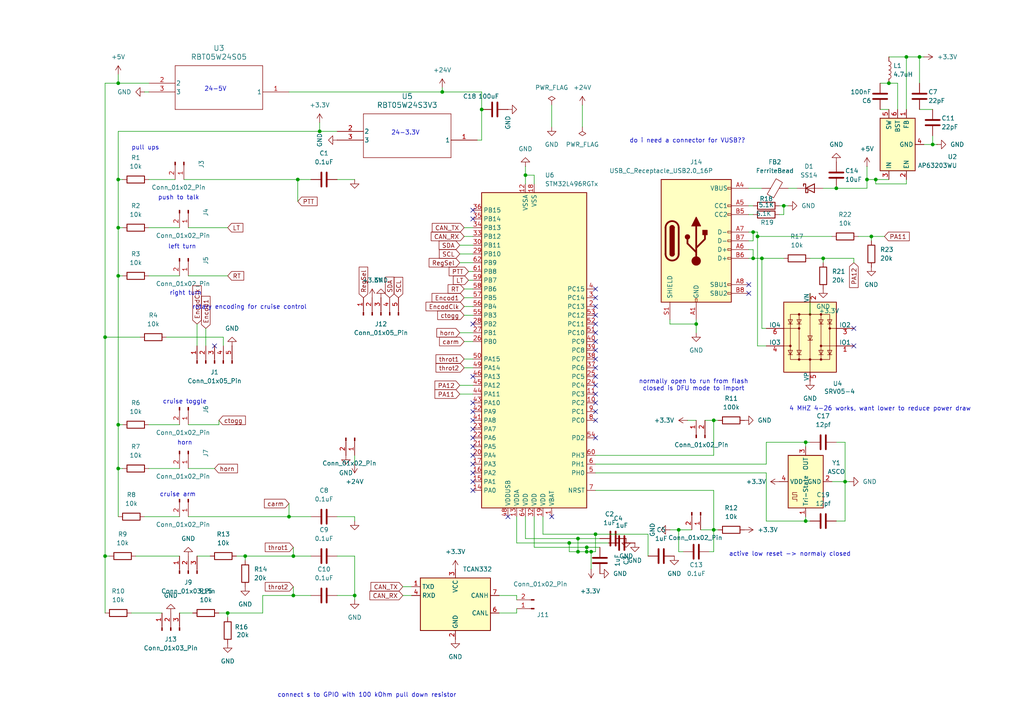
<source format=kicad_sch>
(kicad_sch (version 20250114) (generator "eeschema") (generator_version "9.0")
  (paper "A4")
  (lib_symbols
    (symbol "Connector:Conn_01x02_Pin" (pin_names (offset 1.016) (hide yes))
      (property "Reference" "J" (at 0 2.54 0))
      (property "Value" "Conn_01x02_Pin" (at 0 -5.08 0))
      (symbol "Conn_01x02_Pin_1_1"
        (pin passive line (at 5.08 0 180) (length 3.81) (name "Pin_1") (number "1"))
        (pin passive line (at 5.08 -2.54 180) (length 3.81) (name "Pin_2") (number "2"))
      )
    )
    (symbol "Connector:Conn_01x03_Pin" (pin_names (offset 1.016) (hide yes))
      (property "Reference" "J" (at 0 5.08 0))
      (property "Value" "Conn_01x03_Pin" (at 0 -5.08 0))
      (symbol "Conn_01x03_Pin_1_1"
        (pin passive line (at 5.08 2.54 180) (length 3.81) (name "Pin_1") (number "1"))
        (pin passive line (at 5.08 0 180) (length 3.81) (name "Pin_2") (number "2"))
        (pin passive line (at 5.08 -2.54 180) (length 3.81) (name "Pin_3") (number "3"))
      )
    )
    (symbol "Connector:Conn_01x05_Pin" (pin_names (offset 1.016) (hide yes))
      (property "Reference" "J" (at 0 7.62 0))
      (property "Value" "Conn_01x05_Pin" (at 0 -7.62 0))
      (symbol "Conn_01x05_Pin_1_1"
        (pin passive line (at 5.08 5.08 180) (length 3.81) (name "Pin_1") (number "1"))
        (pin passive line (at 5.08 2.54 180) (length 3.81) (name "Pin_2") (number "2"))
        (pin passive line (at 5.08 0 180) (length 3.81) (name "Pin_3") (number "3"))
        (pin passive line (at 5.08 -2.54 180) (length 3.81) (name "Pin_4") (number "4"))
        (pin passive line (at 5.08 -5.08 180) (length 3.81) (name "Pin_5") (number "5"))
      )
    )
    (symbol "Connector:USB_C_Receptacle_USB2.0_16P" (pin_names (offset 1.016))
      (property "Reference" "J" (at 0 22.225 0))
      (property "Value" "USB_C_Receptacle_USB2.0_16P" (at 0 19.685 0))
      (symbol "USB_C_Receptacle_USB2.0_16P_1_1"
        (pin passive line (at -7.62 -22.86 90) (length 5.08) (name "SHIELD") (number "S1"))
        (pin passive line (at 0 -22.86 90) (length 5.08) (name "GND") (number "A1"))
        (pin passive line (at 0 -22.86 90) (length 5.08) (hide yes) (name "GND") (number "A12"))
        (pin passive line (at 0 -22.86 90) (length 5.08) (hide yes) (name "GND") (number "B1"))
        (pin passive line (at 0 -22.86 90) (length 5.08) (hide yes) (name "GND") (number "B12"))
        (pin passive line (at 15.24 15.24 180) (length 5.08) (name "VBUS") (number "A4"))
        (pin passive line (at 15.24 15.24 180) (length 5.08) (hide yes) (name "VBUS") (number "A9"))
        (pin passive line (at 15.24 15.24 180) (length 5.08) (hide yes) (name "VBUS") (number "B4"))
        (pin passive line (at 15.24 15.24 180) (length 5.08) (hide yes) (name "VBUS") (number "B9"))
        (pin bidirectional line (at 15.24 10.16 180) (length 5.08) (name "CC1") (number "A5"))
        (pin bidirectional line (at 15.24 7.62 180) (length 5.08) (name "CC2") (number "B5"))
        (pin bidirectional line (at 15.24 2.54 180) (length 5.08) (name "D-") (number "A7"))
        (pin bidirectional line (at 15.24 0 180) (length 5.08) (name "D-") (number "B7"))
        (pin bidirectional line (at 15.24 -2.54 180) (length 5.08) (name "D+") (number "A6"))
        (pin bidirectional line (at 15.24 -5.08 180) (length 5.08) (name "D+") (number "B6"))
        (pin bidirectional line (at 15.24 -12.7 180) (length 5.08) (name "SBU1") (number "A8"))
        (pin bidirectional line (at 15.24 -15.24 180) (length 5.08) (name "SBU2") (number "B8"))
      )
    )
    (symbol "Device:C" (pin_numbers (hide yes)) (pin_names (offset 0.254))
      (property "Reference" "C" (at 0.635 2.54 0))
      (property "Value" "C" (at 0.635 -2.54 0))
      (symbol "C_1_1"
        (pin passive line (at 0 3.81 270) (length 2.794) (name "~") (number "1"))
        (pin passive line (at 0 -3.81 90) (length 2.794) (name "~") (number "2"))
      )
    )
    (symbol "Device:FerriteBead" (pin_numbers (hide yes)) (pin_names (offset 0))
      (property "Reference" "FB" (at -3.81 0.635 90))
      (property "Value" "FerriteBead" (at 3.81 0 90))
      (symbol "FerriteBead_1_1"
        (pin passive line (at 0 3.81 270) (length 2.54) (name "~") (number "1"))
        (pin passive line (at 0 -3.81 90) (length 2.54) (name "~") (number "2"))
      )
    )
    (symbol "Device:L" (pin_numbers (hide yes)) (pin_names (offset 1.016) (hide yes))
      (property "Reference" "L" (at -1.27 0 90))
      (property "Value" "L" (at 1.905 0 90))
      (symbol "L_1_1"
        (pin passive line (at 0 3.81 270) (length 1.27) (name "1") (number "1"))
        (pin passive line (at 0 -3.81 90) (length 1.27) (name "2") (number "2"))
      )
    )
    (symbol "Device:R" (pin_numbers (hide yes)) (pin_names (offset 0))
      (property "Reference" "R" (at 2.032 0 90))
      (property "Value" "R" (at 0 0 90))
      (symbol "R_1_1"
        (pin passive line (at 0 3.81 270) (length 1.27) (name "~") (number "1"))
        (pin passive line (at 0 -3.81 90) (length 1.27) (name "~") (number "2"))
      )
    )
    (symbol "Diode:SS14" (pin_numbers (hide yes)) (pin_names (offset 1.016) (hide yes))
      (property "Reference" "D" (at 0 2.54 0))
      (property "Value" "SS14" (at 0 -2.54 0))
      (symbol "SS14_1_1"
        (pin passive line (at -3.81 0 0) (length 2.54) (name "K") (number "1"))
        (pin passive line (at 3.81 0 180) (length 2.54) (name "A") (number "2"))
      )
    )
    (symbol "Interface_CAN_LIN:TCAN332"
      (property "Reference" "U" (at -10.16 8.89 0))
      (property "Value" "TCAN332" (at 2.54 8.89 0))
      (symbol "TCAN332_1_1"
        (pin input line (at -12.7 5.08 0) (length 2.54) (name "TXD") (number "1"))
        (pin tri_state line (at -12.7 2.54 0) (length 2.54) (name "RXD") (number "4"))
        (pin no_connect line (at -10.16 -2.54 0) (length 2.54) (hide yes) (name "NC") (number "5"))
        (pin no_connect line (at -10.16 -5.08 0) (length 2.54) (hide yes) (name "NC") (number "8"))
        (pin power_in line (at 0 10.16 270) (length 2.54) (name "VCC") (number "3"))
        (pin power_in line (at 0 -10.16 90) (length 2.54) (name "GND") (number "2"))
        (pin bidirectional line (at 12.7 2.54 180) (length 2.54) (name "CANH") (number "7"))
        (pin bidirectional line (at 12.7 -2.54 180) (length 2.54) (name "CANL") (number "6"))
      )
    )
    (symbol "MCU_ST_STM32L4:STM32L496RGTx"
      (property "Reference" "U" (at -15.24 46.99 0))
      (property "Value" "STM32L496RGTx" (at 10.16 46.99 0))
      (symbol "STM32L496RGTx_1_1"
        (pin input line (at -17.78 40.64 0) (length 2.54) (name "NRST") (number "7"))
        (pin bidirectional line (at -17.78 35.56 0) (length 2.54) (name "PH0") (number "5"))
        (pin bidirectional line (at -17.78 33.02 0) (length 2.54) (name "PH1") (number "6"))
        (pin bidirectional line (at -17.78 30.48 0) (length 2.54) (name "PH3") (number "60"))
        (pin bidirectional line (at -17.78 25.4 0) (length 2.54) (name "PD2") (number "54"))
        (pin bidirectional line (at -17.78 20.32 0) (length 2.54) (name "PC0") (number "8"))
        (pin bidirectional line (at -17.78 17.78 0) (length 2.54) (name "PC1") (number "9"))
        (pin bidirectional line (at -17.78 15.24 0) (length 2.54) (name "PC2") (number "10"))
        (pin bidirectional line (at -17.78 12.7 0) (length 2.54) (name "PC3") (number "11"))
        (pin bidirectional line (at -17.78 10.16 0) (length 2.54) (name "PC4") (number "24"))
        (pin bidirectional line (at -17.78 7.62 0) (length 2.54) (name "PC5") (number "25"))
        (pin bidirectional line (at -17.78 5.08 0) (length 2.54) (name "PC6") (number "37"))
        (pin bidirectional line (at -17.78 2.54 0) (length 2.54) (name "PC7") (number "38"))
        (pin bidirectional line (at -17.78 0 0) (length 2.54) (name "PC8") (number "39"))
        (pin bidirectional line (at -17.78 -2.54 0) (length 2.54) (name "PC9") (number "40"))
        (pin bidirectional line (at -17.78 -5.08 0) (length 2.54) (name "PC10") (number "51"))
        (pin bidirectional line (at -17.78 -7.62 0) (length 2.54) (name "PC11") (number "52"))
        (pin bidirectional line (at -17.78 -10.16 0) (length 2.54) (name "PC12") (number "53"))
        (pin bidirectional line (at -17.78 -12.7 0) (length 2.54) (name "PC13") (number "2"))
        (pin bidirectional line (at -17.78 -15.24 0) (length 2.54) (name "PC14") (number "3"))
        (pin bidirectional line (at -17.78 -17.78 0) (length 2.54) (name "PC15") (number "4"))
        (pin power_in line (at -5.08 48.26 270) (length 2.54) (name "VBAT") (number "1"))
        (pin power_in line (at -2.54 48.26 270) (length 2.54) (name "VDD") (number "19"))
        (pin power_in line (at 0 48.26 270) (length 2.54) (name "VDD") (number "32"))
        (pin power_in line (at 0 -48.26 90) (length 2.54) (name "VSS") (number "18"))
        (pin passive line (at 0 -48.26 90) (length 2.54) (hide yes) (name "VSS") (number "31"))
        (pin passive line (at 0 -48.26 90) (length 2.54) (hide yes) (name "VSS") (number "47"))
        (pin passive line (at 0 -48.26 90) (length 2.54) (hide yes) (name "VSS") (number "63"))
        (pin power_in line (at 2.54 48.26 270) (length 2.54) (name "VDD") (number "64"))
        (pin power_in line (at 2.54 -48.26 90) (length 2.54) (name "VSSA") (number "12"))
        (pin power_in line (at 5.08 48.26 270) (length 2.54) (name "VDDA") (number "13"))
        (pin power_in line (at 7.62 48.26 270) (length 2.54) (name "VDDUSB") (number "48"))
        (pin bidirectional line (at 17.78 40.64 180) (length 2.54) (name "PA0") (number "14"))
        (pin bidirectional line (at 17.78 38.1 180) (length 2.54) (name "PA1") (number "15"))
        (pin bidirectional line (at 17.78 35.56 180) (length 2.54) (name "PA2") (number "16"))
        (pin bidirectional line (at 17.78 33.02 180) (length 2.54) (name "PA3") (number "17"))
        (pin bidirectional line (at 17.78 30.48 180) (length 2.54) (name "PA4") (number "20"))
        (pin bidirectional line (at 17.78 27.94 180) (length 2.54) (name "PA5") (number "21"))
        (pin bidirectional line (at 17.78 25.4 180) (length 2.54) (name "PA6") (number "22"))
        (pin bidirectional line (at 17.78 22.86 180) (length 2.54) (name "PA7") (number "23"))
        (pin bidirectional line (at 17.78 20.32 180) (length 2.54) (name "PA8") (number "41"))
        (pin bidirectional line (at 17.78 17.78 180) (length 2.54) (name "PA9") (number "42"))
        (pin bidirectional line (at 17.78 15.24 180) (length 2.54) (name "PA10") (number "43"))
        (pin bidirectional line (at 17.78 12.7 180) (length 2.54) (name "PA11") (number "44"))
        (pin bidirectional line (at 17.78 10.16 180) (length 2.54) (name "PA12") (number "45"))
        (pin bidirectional line (at 17.78 7.62 180) (length 2.54) (name "PA13") (number "46"))
        (pin bidirectional line (at 17.78 5.08 180) (length 2.54) (name "PA14") (number "49"))
        (pin bidirectional line (at 17.78 2.54 180) (length 2.54) (name "PA15") (number "50"))
        (pin bidirectional line (at 17.78 -2.54 180) (length 2.54) (name "PB0") (number "26"))
        (pin bidirectional line (at 17.78 -5.08 180) (length 2.54) (name "PB1") (number "27"))
        (pin bidirectional line (at 17.78 -7.62 180) (length 2.54) (name "PB2") (number "28"))
        (pin bidirectional line (at 17.78 -10.16 180) (length 2.54) (name "PB3") (number "55"))
        (pin bidirectional line (at 17.78 -12.7 180) (length 2.54) (name "PB4") (number "56"))
        (pin bidirectional line (at 17.78 -15.24 180) (length 2.54) (name "PB5") (number "57"))
        (pin bidirectional line (at 17.78 -17.78 180) (length 2.54) (name "PB6") (number "58"))
        (pin bidirectional line (at 17.78 -20.32 180) (length 2.54) (name "PB7") (number "59"))
        (pin bidirectional line (at 17.78 -22.86 180) (length 2.54) (name "PB8") (number "61"))
        (pin bidirectional line (at 17.78 -25.4 180) (length 2.54) (name "PB9") (number "62"))
        (pin bidirectional line (at 17.78 -27.94 180) (length 2.54) (name "PB10") (number "29"))
        (pin bidirectional line (at 17.78 -30.48 180) (length 2.54) (name "PB11") (number "30"))
        (pin bidirectional line (at 17.78 -33.02 180) (length 2.54) (name "PB12") (number "33"))
        (pin bidirectional line (at 17.78 -35.56 180) (length 2.54) (name "PB13") (number "34"))
        (pin bidirectional line (at 17.78 -38.1 180) (length 2.54) (name "PB14") (number "35"))
        (pin bidirectional line (at 17.78 -40.64 180) (length 2.54) (name "PB15") (number "36"))
      )
    )
    (symbol "Oscillator:ASCO"
      (property "Reference" "Y" (at -7.62 6.35 0))
      (property "Value" "ASCO" (at 1.27 -6.35 0))
      (symbol "ASCO_1_1"
        (pin input line (at -10.16 0 0) (length 2.54) (name "Tri-State") (number "1"))
        (pin power_in line (at 0 7.62 270) (length 2.54) (name "VDD") (number "4"))
        (pin power_in line (at 0 -7.62 90) (length 2.54) (name "GND") (number "2"))
        (pin output line (at 10.16 0 180) (length 2.54) (name "OUT") (number "3"))
      )
    )
    (symbol "Power_Protection:SRV05-4" (pin_names (offset 0))
      (property "Reference" "U" (at -5.08 11.43 0))
      (property "Value" "SRV05-4" (at 2.54 11.43 0))
      (symbol "SRV05-4_1_1"
        (pin passive line (at -12.7 2.54 0) (length 5.08) (name "IO1") (number "1"))
        (pin passive line (at -12.7 -2.54 0) (length 5.08) (name "IO2") (number "3"))
        (pin passive line (at 0 12.7 270) (length 2.54) (name "VP") (number "5"))
        (pin passive line (at 0 -12.7 90) (length 2.54) (name "VN") (number "2"))
        (pin passive line (at 12.7 2.54 180) (length 5.08) (name "IO3") (number "4"))
        (pin passive line (at 12.7 -2.54 180) (length 5.08) (name "IO4") (number "6"))
      )
    )
    (symbol "RBT05W24S05_1" (pin_names (offset 0.254))
      (property "Reference" "U5" (at 20.32 -12.7 0))
      (property "Value" "RBT05W24S3V3" (at 20.32 -10.16 0))
      (symbol "RBT05W24S05_1_0_1"
        (pin power_in line (at 0 0 0) (length 7.62) (name "1") (number "1"))
        (pin power_out line (at 40.64 0 180) (length 7.62) (name "3") (number "3"))
        (pin power_out line (at 40.64 -2.54 180) (length 7.62) (name "2") (number "2"))
      )
    )
    (symbol "Regulator_Switching:AP63203WU"
      (property "Reference" "U" (at -7.62 6.35 0))
      (property "Value" "AP63203WU" (at 2.54 6.35 0))
      (symbol "AP63203WU_1_1"
        (pin power_in line (at -10.16 2.54 0) (length 2.54) (name "IN") (number "3"))
        (pin input line (at -10.16 -2.54 0) (length 2.54) (name "EN") (number "2"))
        (pin power_in line (at 0 -7.62 90) (length 2.54) (name "GND") (number "4"))
        (pin output line (at 10.16 2.54 180) (length 2.54) (name "SW") (number "5"))
        (pin passive line (at 10.16 0 180) (length 2.54) (name "BST") (number "6"))
        (pin input line (at 10.16 -2.54 180) (length 2.54) (name "FB") (number "1"))
      )
    )
    (symbol "Solar Car 26:RBT05W24S05" (pin_names (offset 0.254))
      (property "Reference" "U3" (at 20.32 -12.7 0))
      (property "Value" "RBT05W24S05" (at 20.32 -10.16 0))
      (symbol "RBT05W24S05_0_1"
        (pin power_in line (at 0 0 0) (length 7.62) (name "1") (number "1"))
        (pin power_out line (at 40.64 0 180) (length 7.62) (name "3") (number "3"))
        (pin power_out line (at 40.64 -2.54 180) (length 7.62) (name "2") (number "2"))
      )
    )
    (symbol "power:+24V" (power) (pin_numbers (hide yes)) (pin_names (offset 0) (hide yes))
      (property "Value" "+24V" (at 0 3.556 0))
      (symbol "+24V_1_1"
        (pin power_in line (at 0 0 90) (length 0) (name "~") (number "1"))
      )
    )
    (symbol "power:+3.3V" (power) (pin_numbers (hide yes)) (pin_names (offset 0) (hide yes))
      (property "Value" "+3.3V" (at 0 3.556 0))
      (symbol "+3.3V_1_1"
        (pin power_in line (at 0 0 90) (length 0) (name "~") (number "1"))
      )
    )
    (symbol "power:+5V" (power) (pin_numbers (hide yes)) (pin_names (offset 0) (hide yes))
      (property "Value" "+5V" (at 0 3.556 0))
      (symbol "+5V_1_1"
        (pin power_in line (at 0 0 90) (length 0) (name "~") (number "1"))
      )
    )
    (symbol "power:GND" (power) (pin_numbers (hide yes)) (pin_names (offset 0) (hide yes))
      (property "Value" "GND" (at 0 -3.81 0))
      (symbol "GND_1_1"
        (pin power_in line (at 0 0 270) (length 0) (name "~") (number "1"))
      )
    )
    (symbol "power:PWR_FLAG" (power) (pin_numbers (hide yes)) (pin_names (offset 0) (hide yes))
      (property "Value" "PWR_FLAG" (at 0 3.81 0))
      (symbol "PWR_FLAG_0_0"
        (pin power_out line (at 0 0 90) (length 0) (name "~") (number "1"))
      )
    )
  )
  (text "normally open to run from flash\nclosed is DFU mode to import" (at 201.168 111.76 0) (effects (font (size 1.27 1.27))))
  (text "push to talk" (at 51.816 57.404 0) (effects (font (size 1.27 1.27))))
  (text "4 MHZ 4-26 works, want lower to reduce power draw\n" (at 255.27 118.618 0) (effects (font (size 1.27 1.27))))
  (text "do i need a connector for VUSB??" (at 199.39 40.894 0) (effects (font (size 1.27 1.27))))
  (text "pull ups" (at 42.164 42.926 0) (effects (font (size 1.27 1.27))))
  (text "connect s to GPIO with 100 kOhm pull down resistor" (at 106.426 201.676 0) (effects (font (size 1.27 1.27))))
  (text "left turn" (at 52.832 71.628 0) (effects (font (size 1.27 1.27))))
  (text "cruise toggle" (at 53.594 116.586 0) (effects (font (size 1.27 1.27))))
  (text "active low reset -> normaly closed" (at 229.108 160.782 0) (effects (font (size 1.27 1.27))))
  (text "24-5V" (at 62.484 25.908 0) (effects (font (size 1.27 1.27))))
  (text "rotary encoding for cruise control" (at 72.39 89.154 0) (effects (font (size 1.27 1.27))))
  (text "horn" (at 53.594 128.524 0) (effects (font (size 1.27 1.27))))
  (text "24-3.3V" (at 117.602 38.608 0) (effects (font (size 1.27 1.27))))
  (text "cruise arm" (at 51.562 143.51 0) (effects (font (size 1.27 1.27))))
  (text "right turn" (at 53.848 85.09 0) (effects (font (size 1.27 1.27))))
  (junction (at 167.64 160.02))
  (junction (at 170.18 160.02))
  (junction (at 34.29 80.01))
  (junction (at 139.7 31.75))
  (junction (at 152.4 50.8))
  (junction (at 83.82 149.86))
  (junction (at 30.48 97.79))
  (junction (at 71.12 161.29))
  (junction (at 233.68 128.27))
  (junction (at 34.29 52.07))
  (junction (at 251.46 52.07))
  (junction (at 201.93 93.98))
  (junction (at 207.01 153.67))
  (junction (at 34.29 123.19))
  (junction (at 34.29 24.13))
  (junction (at 170.18 158.75))
  (junction (at 218.44 67.31))
  (junction (at 218.44 74.93))
  (junction (at 172.72 154.94))
  (junction (at 30.48 161.29))
  (junction (at 92.71 38.1))
  (junction (at 196.85 153.67))
  (junction (at 254 52.07))
  (junction (at 165.1 157.48))
  (junction (at 266.7 16.51))
  (junction (at 34.29 66.04))
  (junction (at 85.09 161.29))
  (junction (at 257.81 24.13))
  (junction (at 227.33 59.69))
  (junction (at 245.11 139.7))
  (junction (at 233.68 151.13))
  (junction (at 220.98 74.93))
  (junction (at 171.45 160.02))
  (junction (at 219.71 68.58))
  (junction (at 207.01 121.92))
  (junction (at 252.73 68.58))
  (junction (at 85.09 172.72))
  (junction (at 128.27 26.67))
  (junction (at 238.76 74.93))
  (junction (at 242.57 54.61))
  (junction (at 34.29 135.89))
  (junction (at 86.36 52.07))
  (junction (at 262.89 16.51))
  (junction (at 167.64 156.21))
  (junction (at 270.51 41.91))
  (junction (at 102.87 172.72))
  (junction (at 66.04 177.8))
  (no_connect (at 217.17 82.55))
  (no_connect (at 247.65 100.33))
  (no_connect (at 172.72 127))
  (no_connect (at 137.16 132.08))
  (no_connect (at 137.16 137.16))
  (no_connect (at 172.72 121.92))
  (no_connect (at 137.16 116.84))
  (no_connect (at 172.72 114.3))
  (no_connect (at 172.72 116.84))
  (no_connect (at 247.65 95.25))
  (no_connect (at 137.16 127))
  (no_connect (at 137.16 142.24))
  (no_connect (at 172.72 86.36))
  (no_connect (at 172.72 106.68))
  (no_connect (at 172.72 111.76))
  (no_connect (at 137.16 121.92))
  (no_connect (at 137.16 139.7))
  (no_connect (at 137.16 129.54))
  (no_connect (at 172.72 96.52))
  (no_connect (at 137.16 60.96))
  (no_connect (at 137.16 109.22))
  (no_connect (at 172.72 119.38))
  (no_connect (at 172.72 101.6))
  (no_connect (at 172.72 83.82))
  (no_connect (at 137.16 63.5))
  (no_connect (at 137.16 119.38))
  (no_connect (at 147.32 149.86))
  (no_connect (at 160.02 149.86))
  (no_connect (at 172.72 88.9))
  (no_connect (at 217.17 85.09))
  (no_connect (at 137.16 124.46))
  (no_connect (at 172.72 109.22))
  (no_connect (at 172.72 93.98))
  (no_connect (at 172.72 104.14))
  (no_connect (at 137.16 134.62))
  (no_connect (at 172.72 99.06))
  (no_connect (at 62.23 100.33))
  (no_connect (at 137.16 93.98))
  (no_connect (at 172.72 91.44))
  (wire (pts (xy 41.91 26.67) (xy 43.18 26.67)))
  (wire (pts (xy 76.2 177.8) (xy 76.2 172.72)))
  (wire (pts (xy 134.62 104.14) (xy 137.16 104.14)))
  (wire (pts (xy 207.01 121.92) (xy 207.01 132.08)))
  (wire (pts (xy 144.78 177.8) (xy 149.86 177.8)))
  (wire (pts (xy 31.75 161.29) (xy 30.48 161.29)))
  (wire (pts (xy 30.48 24.13) (xy 34.29 24.13)))
  (wire (pts (xy 218.44 62.23) (xy 217.17 62.23)))
  (wire (pts (xy 34.29 24.13) (xy 43.18 24.13)))
  (wire (pts (xy 134.62 88.9) (xy 137.16 88.9)))
  (wire (pts (xy 59.69 95.25) (xy 59.69 100.33)))
  (wire (pts (xy 97.79 149.86) (xy 102.87 149.86)))
  (wire (pts (xy 92.71 35.56) (xy 92.71 38.1)))
  (wire (pts (xy 217.17 72.39) (xy 218.44 72.39)))
  (wire (pts (xy 102.87 149.86) (xy 102.87 151.13)))
  (wire (pts (xy 134.62 106.68) (xy 137.16 106.68)))
  (wire (pts (xy 30.48 97.79) (xy 30.48 161.29)))
  (wire (pts (xy 254 52.07) (xy 254 53.34)))
  (wire (pts (xy 43.18 52.07) (xy 50.8 52.07)))
  (wire (pts (xy 85.09 161.29) (xy 90.17 161.29)))
  (wire (pts (xy 234.95 85.09) (xy 234.95 91.44)))
  (wire (pts (xy 35.56 135.89) (xy 34.29 135.89)))
  (wire (pts (xy 217.17 54.61) (xy 220.98 54.61)))
  (wire (pts (xy 238.76 74.93) (xy 238.76 76.2)))
  (wire (pts (xy 226.06 59.69) (xy 227.33 59.69)))
  (wire (pts (xy 102.87 161.29) (xy 102.87 172.72)))
  (wire (pts (xy 262.89 16.51) (xy 266.7 16.51)))
  (wire (pts (xy 34.29 52.07) (xy 34.29 66.04)))
  (wire (pts (xy 165.1 157.48) (xy 165.1 160.02)))
  (wire (pts (xy 149.86 177.8) (xy 149.86 176.53)))
  (wire (pts (xy 248.92 68.58) (xy 252.73 68.58)))
  (wire (pts (xy 233.68 128.27) (xy 234.95 128.27)))
  (wire (pts (xy 218.44 69.85) (xy 218.44 67.31)))
  (wire (pts (xy 220.98 74.93) (xy 227.33 74.93)))
  (wire (pts (xy 218.44 74.93) (xy 217.17 74.93)))
  (wire (pts (xy 194.31 153.67) (xy 196.85 153.67)))
  (wire (pts (xy 34.29 21.59) (xy 34.29 24.13)))
  (wire (pts (xy 133.35 73.66) (xy 137.16 73.66)))
  (wire (pts (xy 63.5 121.92) (xy 63.5 123.19)))
  (wire (pts (xy 35.56 80.01) (xy 34.29 80.01)))
  (wire (pts (xy 251.46 48.26) (xy 251.46 52.07)))
  (wire (pts (xy 242.57 128.27) (xy 245.11 128.27)))
  (wire (pts (xy 218.44 67.31) (xy 219.71 67.31)))
  (wire (pts (xy 85.09 158.75) (xy 85.09 161.29)))
  (wire (pts (xy 119.38 170.18) (xy 116.84 170.18)))
  (wire (pts (xy 38.1 177.8) (xy 46.99 177.8)))
  (wire (pts (xy 139.7 40.64) (xy 138.43 40.64)))
  (wire (pts (xy 83.82 149.86) (xy 90.17 149.86)))
  (wire (pts (xy 85.09 170.18) (xy 85.09 172.72)))
  (wire (pts (xy 194.31 92.71) (xy 194.31 93.98)))
  (wire (pts (xy 34.29 66.04) (xy 34.29 80.01)))
  (wire (pts (xy 30.48 97.79) (xy 40.64 97.79)))
  (wire (pts (xy 54.61 149.86) (xy 83.82 149.86)))
  (wire (pts (xy 267.97 41.91) (xy 270.51 41.91)))
  (wire (pts (xy 266.7 16.51) (xy 267.97 16.51)))
  (wire (pts (xy 152.4 50.8) (xy 152.4 53.34)))
  (wire (pts (xy 246.38 139.7) (xy 245.11 139.7)))
  (wire (pts (xy 35.56 52.07) (xy 34.29 52.07)))
  (wire (pts (xy 171.45 160.02) (xy 171.45 165.1)))
  (wire (pts (xy 54.61 66.04) (xy 66.04 66.04)))
  (wire (pts (xy 43.18 123.19) (xy 52.07 123.19)))
  (wire (pts (xy 167.64 160.02) (xy 170.18 160.02)))
  (wire (pts (xy 251.46 52.07) (xy 254 52.07)))
  (wire (pts (xy 201.93 92.71) (xy 201.93 93.98)))
  (wire (pts (xy 54.61 135.89) (xy 62.23 135.89)))
  (wire (pts (xy 34.29 123.19) (xy 34.29 135.89)))
  (wire (pts (xy 172.72 134.62) (xy 222.25 134.62)))
  (wire (pts (xy 54.61 80.01) (xy 66.04 80.01)))
  (wire (pts (xy 245.11 151.13) (xy 245.11 139.7)))
  (wire (pts (xy 241.3 139.7) (xy 245.11 139.7)))
  (wire (pts (xy 196.85 160.02) (xy 196.85 153.67)))
  (wire (pts (xy 233.68 149.86) (xy 233.68 151.13)))
  (wire (pts (xy 257.81 16.51) (xy 262.89 16.51)))
  (wire (pts (xy 207.01 142.24) (xy 207.01 153.67)))
  (wire (pts (xy 134.62 86.36) (xy 137.16 86.36)))
  (wire (pts (xy 134.62 91.44) (xy 137.16 91.44)))
  (wire (pts (xy 252.73 68.58) (xy 256.54 68.58)))
  (wire (pts (xy 167.64 156.21) (xy 167.64 160.02)))
  (wire (pts (xy 133.35 114.3) (xy 137.16 114.3)))
  (wire (pts (xy 34.29 80.01) (xy 34.29 123.19)))
  (wire (pts (xy 187.96 154.94) (xy 187.96 161.29)))
  (wire (pts (xy 165.1 157.48) (xy 176.53 157.48)))
  (wire (pts (xy 157.48 154.94) (xy 172.72 154.94)))
  (wire (pts (xy 207.01 153.67) (xy 208.28 153.67)))
  (wire (pts (xy 262.89 16.51) (xy 262.89 31.75)))
  (wire (pts (xy 152.4 48.26) (xy 152.4 50.8)))
  (wire (pts (xy 152.4 149.86) (xy 152.4 156.21)))
  (wire (pts (xy 242.57 54.61) (xy 251.46 54.61)))
  (wire (pts (xy 86.36 52.07) (xy 90.17 52.07)))
  (wire (pts (xy 66.04 177.8) (xy 76.2 177.8)))
  (wire (pts (xy 152.4 156.21) (xy 167.64 156.21)))
  (wire (pts (xy 165.1 160.02) (xy 167.64 160.02)))
  (wire (pts (xy 139.7 26.67) (xy 139.7 31.75)))
  (wire (pts (xy 218.44 72.39) (xy 218.44 74.93)))
  (wire (pts (xy 149.86 172.72) (xy 149.86 173.99)))
  (wire (pts (xy 154.94 158.75) (xy 170.18 158.75)))
  (wire (pts (xy 198.12 160.02) (xy 196.85 160.02)))
  (wire (pts (xy 35.56 66.04) (xy 34.29 66.04)))
  (wire (pts (xy 30.48 24.13) (xy 30.48 97.79)))
  (wire (pts (xy 207.01 121.92) (xy 208.28 121.92)))
  (wire (pts (xy 154.94 149.86) (xy 154.94 158.75)))
  (wire (pts (xy 251.46 54.61) (xy 251.46 52.07)))
  (wire (pts (xy 260.35 24.13) (xy 260.35 31.75)))
  (wire (pts (xy 238.76 74.93) (xy 247.65 74.93)))
  (wire (pts (xy 266.7 24.13) (xy 266.7 16.51)))
  (wire (pts (xy 43.18 80.01) (xy 52.07 80.01)))
  (wire (pts (xy 222.25 95.25) (xy 220.98 95.25)))
  (wire (pts (xy 76.2 172.72) (xy 85.09 172.72)))
  (wire (pts (xy 83.82 146.05) (xy 83.82 149.86)))
  (wire (pts (xy 217.17 67.31) (xy 218.44 67.31)))
  (wire (pts (xy 218.44 59.69) (xy 217.17 59.69)))
  (wire (pts (xy 57.15 93.98) (xy 57.15 100.33)))
  (wire (pts (xy 262.89 53.34) (xy 262.89 52.07)))
  (wire (pts (xy 228.6 54.61) (xy 231.14 54.61)))
  (wire (pts (xy 270.51 31.75) (xy 266.7 31.75)))
  (wire (pts (xy 133.35 76.2) (xy 137.16 76.2)))
  (wire (pts (xy 222.25 137.16) (xy 222.25 151.13)))
  (wire (pts (xy 203.2 153.67) (xy 207.01 153.67)))
  (wire (pts (xy 102.87 173.99) (xy 102.87 172.72)))
  (wire (pts (xy 219.71 100.33) (xy 222.25 100.33)))
  (wire (pts (xy 149.86 149.86) (xy 149.86 157.48)))
  (wire (pts (xy 119.38 172.72) (xy 116.84 172.72)))
  (wire (pts (xy 30.48 161.29) (xy 30.48 177.8)))
  (wire (pts (xy 133.35 96.52) (xy 137.16 96.52)))
  (wire (pts (xy 154.94 53.34) (xy 154.94 50.8)))
  (wire (pts (xy 172.72 137.16) (xy 222.25 137.16)))
  (wire (pts (xy 201.93 93.98) (xy 201.93 96.52)))
  (wire (pts (xy 133.35 71.12) (xy 137.16 71.12)))
  (wire (pts (xy 64.77 97.79) (xy 64.77 100.33)))
  (wire (pts (xy 71.12 161.29) (xy 71.12 162.56)))
  (wire (pts (xy 227.33 59.69) (xy 227.33 62.23)))
  (wire (pts (xy 97.79 52.07) (xy 102.87 52.07)))
  (wire (pts (xy 233.68 151.13) (xy 234.95 151.13)))
  (wire (pts (xy 128.27 25.4) (xy 128.27 26.67)))
  (wire (pts (xy 255.27 31.75) (xy 257.81 31.75)))
  (wire (pts (xy 57.15 161.29) (xy 60.96 161.29)))
  (wire (pts (xy 228.6 59.69) (xy 227.33 59.69)))
  (wire (pts (xy 170.18 158.75) (xy 170.18 160.02)))
  (wire (pts (xy 102.87 134.62) (xy 102.87 132.08)))
  (wire (pts (xy 194.31 93.98) (xy 201.93 93.98)))
  (wire (pts (xy 149.86 157.48) (xy 165.1 157.48)))
  (wire (pts (xy 172.72 142.24) (xy 207.01 142.24)))
  (wire (pts (xy 199.39 121.92) (xy 201.93 121.92)))
  (wire (pts (xy 270.51 39.37) (xy 270.51 41.91)))
  (wire (pts (xy 170.18 158.75) (xy 173.99 158.75)))
  (wire (pts (xy 167.64 156.21) (xy 173.99 156.21)))
  (wire (pts (xy 43.18 66.04) (xy 52.07 66.04)))
  (wire (pts (xy 92.71 38.1) (xy 34.29 38.1)))
  (wire (pts (xy 134.62 66.04) (xy 137.16 66.04)))
  (wire (pts (xy 196.85 153.67) (xy 200.66 153.67)))
  (wire (pts (xy 85.09 172.72) (xy 90.17 172.72)))
  (wire (pts (xy 48.26 97.79) (xy 64.77 97.79)))
  (wire (pts (xy 207.01 160.02) (xy 207.01 153.67)))
  (wire (pts (xy 247.65 74.93) (xy 247.65 76.2)))
  (wire (pts (xy 222.25 151.13) (xy 233.68 151.13)))
  (wire (pts (xy 71.12 161.29) (xy 85.09 161.29)))
  (wire (pts (xy 86.36 58.42) (xy 86.36 52.07)))
  (wire (pts (xy 157.48 149.86) (xy 157.48 154.94)))
  (wire (pts (xy 68.58 161.29) (xy 71.12 161.29)))
  (wire (pts (xy 234.95 74.93) (xy 238.76 74.93)))
  (wire (pts (xy 134.62 68.58) (xy 137.16 68.58)))
  (wire (pts (xy 219.71 68.58) (xy 241.3 68.58)))
  (wire (pts (xy 205.74 160.02) (xy 207.01 160.02)))
  (wire (pts (xy 135.89 81.28) (xy 137.16 81.28)))
  (wire (pts (xy 83.82 26.67) (xy 128.27 26.67)))
  (wire (pts (xy 270.51 41.91) (xy 271.78 41.91)))
  (wire (pts (xy 238.76 54.61) (xy 242.57 54.61)))
  (wire (pts (xy 144.78 172.72) (xy 149.86 172.72)))
  (wire (pts (xy 220.98 74.93) (xy 220.98 95.25)))
  (wire (pts (xy 134.62 99.06) (xy 137.16 99.06)))
  (wire (pts (xy 226.06 62.23) (xy 227.33 62.23)))
  (wire (pts (xy 52.07 177.8) (xy 55.88 177.8)))
  (wire (pts (xy 172.72 154.94) (xy 172.72 160.02)))
  (wire (pts (xy 134.62 83.82) (xy 137.16 83.82)))
  (wire (pts (xy 154.94 50.8) (xy 152.4 50.8)))
  (wire (pts (xy 34.29 135.89) (xy 34.29 149.86)))
  (wire (pts (xy 218.44 74.93) (xy 220.98 74.93)))
  (wire (pts (xy 171.45 160.02) (xy 172.72 160.02)))
  (wire (pts (xy 97.79 161.29) (xy 102.87 161.29)))
  (wire (pts (xy 172.72 154.94) (xy 187.96 154.94)))
  (wire (pts (xy 97.79 172.72) (xy 102.87 172.72)))
  (wire (pts (xy 41.91 149.86) (xy 52.07 149.86)))
  (wire (pts (xy 252.73 68.58) (xy 252.73 69.85)))
  (wire (pts (xy 53.34 52.07) (xy 86.36 52.07)))
  (wire (pts (xy 254 52.07) (xy 257.81 52.07)))
  (wire (pts (xy 257.81 24.13) (xy 260.35 24.13)))
  (wire (pts (xy 66.04 177.8) (xy 66.04 179.07)))
  (wire (pts (xy 222.25 128.27) (xy 233.68 128.27)))
  (wire (pts (xy 139.7 31.75) (xy 139.7 40.64)))
  (wire (pts (xy 63.5 177.8) (xy 66.04 177.8)))
  (wire (pts (xy 39.37 161.29) (xy 52.07 161.29)))
  (wire (pts (xy 172.72 132.08) (xy 207.01 132.08)))
  (wire (pts (xy 168.91 30.48) (xy 168.91 36.83)))
  (wire (pts (xy 217.17 69.85) (xy 218.44 69.85)))
  (wire (pts (xy 160.02 30.48) (xy 160.02 36.83)))
  (wire (pts (xy 35.56 123.19) (xy 34.29 123.19)))
  (wire (pts (xy 128.27 26.67) (xy 139.7 26.67)))
  (wire (pts (xy 43.18 135.89) (xy 52.07 135.89)))
  (wire (pts (xy 219.71 67.31) (xy 219.71 68.58)))
  (wire (pts (xy 54.61 123.19) (xy 63.5 123.19)))
  (wire (pts (xy 219.71 68.58) (xy 219.71 100.33)))
  (wire (pts (xy 254 53.34) (xy 262.89 53.34)))
  (wire (pts (xy 133.35 111.76) (xy 137.16 111.76)))
  (wire (pts (xy 222.25 134.62) (xy 222.25 128.27)))
  (wire (pts (xy 233.68 128.27) (xy 233.68 129.54)))
  (wire (pts (xy 34.29 38.1) (xy 34.29 52.07)))
  (wire (pts (xy 135.89 78.74) (xy 137.16 78.74)))
  (wire (pts (xy 242.57 151.13) (xy 245.11 151.13)))
  (wire (pts (xy 255.27 24.13) (xy 257.81 24.13)))
  (wire (pts (xy 97.79 38.1) (xy 92.71 38.1)))
  (wire (pts (xy 170.18 160.02) (xy 171.45 160.02)))
  (wire (pts (xy 204.47 121.92) (xy 207.01 121.92)))
  (wire (pts (xy 245.11 128.27) (xy 245.11 139.7)))
  (global_label "PTT" (shape input) (at 135.89 78.74 180) (property "Intersheetrefs" "${INTERSHEET_REFS}" (effects (hide yes))))
  (global_label "PA11" (shape input) (at 256.54 68.58 0) (property "Intersheetrefs" "${INTERSHEET_REFS}" (effects (hide yes))))
  (global_label "carm" (shape input) (at 83.82 146.05 180) (property "Intersheetrefs" "${INTERSHEET_REFS}" (effects (hide yes))))
  (global_label "throt2" (shape input) (at 85.09 170.18 180) (property "Intersheetrefs" "${INTERSHEET_REFS}" (effects (hide yes))))
  (global_label "RT" (shape input) (at 134.62 83.82 180) (property "Intersheetrefs" "${INTERSHEET_REFS}" (effects (hide yes))))
  (global_label "SCL" (shape input) (at 133.35 73.66 180) (property "Intersheetrefs" "${INTERSHEET_REFS}" (effects (hide yes))))
  (global_label "SDA" (shape input) (at 113.03 86.36 90) (property "Intersheetrefs" "${INTERSHEET_REFS}" (effects (hide yes))))
  (global_label "SCL" (shape input) (at 115.57 86.36 90) (property "Intersheetrefs" "${INTERSHEET_REFS}" (effects (hide yes))))
  (global_label "PA12" (shape input) (at 133.35 111.76 180) (property "Intersheetrefs" "${INTERSHEET_REFS}" (effects (hide yes))))
  (global_label "SDA" (shape input) (at 133.35 71.12 180) (property "Intersheetrefs" "${INTERSHEET_REFS}" (effects (hide yes))))
  (global_label "throt2" (shape input) (at 134.62 106.68 180) (property "Intersheetrefs" "${INTERSHEET_REFS}" (effects (hide yes))))
  (global_label "RT" (shape input) (at 66.04 80.01 0) (property "Intersheetrefs" "${INTERSHEET_REFS}" (effects (hide yes))))
  (global_label "horn" (shape input) (at 133.35 96.52 180) (property "Intersheetrefs" "${INTERSHEET_REFS}" (effects (hide yes))))
  (global_label "LT" (shape input) (at 135.89 81.28 180) (property "Intersheetrefs" "${INTERSHEET_REFS}" (effects (hide yes))))
  (global_label "LT" (shape input) (at 66.04 66.04 0) (property "Intersheetrefs" "${INTERSHEET_REFS}" (effects (hide yes))))
  (global_label "RegSel" (shape input) (at 133.35 76.2 180) (property "Intersheetrefs" "${INTERSHEET_REFS}" (effects (hide yes))))
  (global_label "throt1" (shape input) (at 85.09 158.75 180) (property "Intersheetrefs" "${INTERSHEET_REFS}" (effects (hide yes))))
  (global_label "carm" (shape input) (at 134.62 99.06 180) (property "Intersheetrefs" "${INTERSHEET_REFS}" (effects (hide yes))))
  (global_label "ctogg" (shape input) (at 63.5 121.92 0) (property "Intersheetrefs" "${INTERSHEET_REFS}" (effects (hide yes))))
  (global_label "PA11" (shape input) (at 133.35 114.3 180) (property "Intersheetrefs" "${INTERSHEET_REFS}" (effects (hide yes))))
  (global_label "RegSel" (shape input) (at 105.41 86.36 90) (property "Intersheetrefs" "${INTERSHEET_REFS}" (effects (hide yes))))
  (global_label "EncodClk" (shape input) (at 134.62 88.9 180) (property "Intersheetrefs" "${INTERSHEET_REFS}" (effects (hide yes))))
  (global_label "Encod1" (shape input) (at 134.62 86.36 180) (property "Intersheetrefs" "${INTERSHEET_REFS}" (effects (hide yes))))
  (global_label "CAN_TX" (shape input) (at 134.62 66.04 180) (property "Intersheetrefs" "${INTERSHEET_REFS}" (effects (hide yes))))
  (global_label "CAN_RX" (shape input) (at 116.84 172.72 180) (property "Intersheetrefs" "${INTERSHEET_REFS}" (effects (hide yes))))
  (global_label "horn" (shape input) (at 62.23 135.89 0) (property "Intersheetrefs" "${INTERSHEET_REFS}" (effects (hide yes))))
  (global_label "Encod1" (shape input) (at 59.69 95.25 90) (property "Intersheetrefs" "${INTERSHEET_REFS}" (effects (hide yes))))
  (global_label "CAN_TX" (shape input) (at 116.84 170.18 180) (property "Intersheetrefs" "${INTERSHEET_REFS}" (effects (hide yes))))
  (global_label "throt1" (shape input) (at 134.62 104.14 180) (property "Intersheetrefs" "${INTERSHEET_REFS}" (effects (hide yes))))
  (global_label "CAN_RX" (shape input) (at 134.62 68.58 180) (property "Intersheetrefs" "${INTERSHEET_REFS}" (effects (hide yes))))
  (global_label "ctogg" (shape input) (at 134.62 91.44 180) (property "Intersheetrefs" "${INTERSHEET_REFS}" (effects (hide yes))))
  (global_label "PTT" (shape input) (at 86.36 58.42 0) (property "Intersheetrefs" "${INTERSHEET_REFS}" (effects (hide yes))))
  (global_label "EncodClk" (shape input) (at 57.15 93.98 90) (property "Intersheetrefs" "${INTERSHEET_REFS}" (effects (hide yes))))
  (global_label "PA12" (shape input) (at 247.65 76.2 270) (property "Intersheetrefs" "${INTERSHEET_REFS}" (effects (hide yes))))
  (symbol (lib_id "power:GND") (at 102.87 173.99 0) (unit 1)
    (property "Reference" "#PWR01" (effects (hide yes)))
    (property "Value" "GND" (at 102.87 179.07 0))
    (property "Description" "Power symbol creates a global label with name \"GND\" , ground" (effects (hide yes)))
  )
  (symbol (lib_id "power:+3.3V") (at 234.95 91.44 0) (unit 1)
    (property "Reference" "#PWR029" (effects (hide yes)))
    (property "Value" "+3.3V" (at 237.49 90.1699 0) (effects (justify left)))
    (property "Description" "Power symbol creates a global label with name \"+3.3V\"" (effects (hide yes)))
  )
  (symbol (lib_id "power:GND") (at 102.87 52.07 0) (unit 1)
    (property "Reference" "#PWR044" (effects (hide yes)))
    (property "Value" "GND" (effects (hide yes)))
    (property "Description" "Power symbol creates a global label with name \"GND\" , ground" (effects (hide yes)))
  )
  (symbol (lib_id "power:+3.3V") (at 171.45 165.1 180) (unit 1)
    (property "Reference" "#PWR032" (effects (hide yes)))
    (property "Value" "+3.3V" (at 171.196 171.45 0))
    (property "Description" "Power symbol creates a global label with name \"+3.3V\"" (effects (hide yes)))
  )
  (symbol (lib_id "Device:R") (at 39.37 66.04 270) (unit 1)
    (property "Reference" "R2" (at 39.37 59.69 90))
    (property "Value" "10k" (at 39.37 62.23 90))
    (property "Footprint" "Resistor_SMD:R_0402_1005Metric" (effects (hide yes)))
    (property "Description" "Resistor" (effects (hide yes)))
  )
  (symbol (lib_id "power:PWR_FLAG") (at 168.91 36.83 180) (unit 1)
    (property "Reference" "#FLG05" (effects (hide yes)))
    (property "Value" "PWR_FLAG" (at 168.91 41.91 0))
    (property "Description" "Special symbol for telling ERC where power comes from" (effects (hide yes)))
  )
  (symbol (lib_id "Device:L") (at 257.81 20.32 0) (unit 1)
    (property "Reference" "L1" (at 259.08 19.0499 0) (effects (justify left)))
    (property "Value" "4.7uH" (at 259.08 21.5899 0) (effects (justify left)))
    (property "Footprint" "Library2:INDC2016X100N - inductor" (effects (hide yes)))
    (property "Description" "Inductor" (effects (hide yes)))
  )
  (symbol (lib_id "power:GND") (at 66.04 186.69 0) (unit 1)
    (property "Reference" "#PWR08" (effects (hide yes)))
    (property "Value" "GND" (at 66.04 191.77 0))
    (property "Description" "Power symbol creates a global label with name \"GND\" , ground" (effects (hide yes)))
  )
  (symbol (lib_id "power:GND") (at 54.61 161.29 180) (unit 1)
    (property "Reference" "#PWR03" (effects (hide yes)))
    (property "Value" "GND" (at 54.61 156.21 0))
    (property "Description" "Power symbol creates a global label with name \"GND\" , ground" (effects (hide yes)))
  )
  (symbol (lib_id "power:+5V") (at 34.29 21.59 0) (unit 1)
    (property "Reference" "#PWR037" (effects (hide yes)))
    (property "Value" "+5V" (at 34.29 16.51 0))
    (property "Description" "Power symbol creates a global label with name \"+5V\"" (effects (hide yes)))
  )
  (symbol (lib_id "Connector:Conn_01x02_Pin") (at 154.94 176.53 180) (unit 1)
    (property "Reference" "J11" (at 157.48 178.308 0))
    (property "Value" "Conn_01x02_Pin" (at 156.718 169.418 0))
    (property "Footprint" "Connector_PinHeader_2.54mm:PinHeader_1x02_P2.54mm_Vertical" (effects (hide yes)))
    (property "Description" "Generic connector, single row, 01x02, script generated" (effects (hide yes)))
  )
  (symbol (lib_id "power:GND") (at 173.99 166.37 90) (unit 1)
    (property "Reference" "#PWR046" (effects (hide yes)))
    (property "Value" "GND" (at 177.8 166.3699 90) (effects (justify right)))
    (property "Description" "Power symbol creates a global label with name \"GND\" , ground" (effects (hide yes)))
  )
  (symbol (lib_id "Device:C") (at 143.51 31.75 90) (unit 1)
    (property "Reference" "C18" (at 138.176 27.94 90) (effects (justify left)))
    (property "Value" "100uF" (at 144.7799 27.94 90) (effects (justify left)))
    (property "Footprint" "Capacitor_SMD:C_1206_3216Metric_Pad1.33x1.80mm_HandSolder" (effects (hide yes)))
    (property "Description" "Unpolarized capacitor" (effects (hide yes)))
  )
  (symbol (lib_id "power:GND") (at 201.93 96.52 0) (unit 1)
    (property "Reference" "#PWR014" (effects (hide yes)))
    (property "Value" "GND" (at 201.93 101.6 0))
    (property "Description" "Power symbol creates a global label with name \"GND\" , ground" (effects (hide yes)))
  )
  (symbol (lib_id "Device:R") (at 222.25 62.23 90) (unit 1)
    (property "Reference" "R19" (at 222.504 64.516 90))
    (property "Value" "5.1K" (at 221.488 61.976 90))
    (property "Footprint" "Resistor_SMD:R_0402_1005Metric" (effects (hide yes)))
    (property "Description" "Resistor" (effects (hide yes)))
  )
  (symbol (lib_name "RBT05W24S05_1") (lib_id "Solar Car 26:RBT05W24S05") (at 138.43 40.64 180) (unit 1)
    (property "Reference" "U5" (at 118.11 27.94 0) (effects (font (size 1.524 1.524))))
    (property "Value" "RBT05W24S3V3" (at 118.11 30.48 0) (effects (font (size 1.524 1.524))))
    (property "Footprint" "EthanButton:DCDC" (effects (hide yes)))
    (property "Datasheet" "https://www.mouser.com/catalog/specsheets/XPPOWER_05_13_2025_RBT05%20Series.pdf" (effects (hide yes)))
  )
  (symbol (lib_id "Connector:Conn_01x02_Pin") (at 54.61 74.93 270) (unit 1)
    (property "Reference" "J5" (at 59.69 75.565 0))
    (property "Value" "Conn_01x02_Pin" (at 53.086 82.296 90))
    (property "Footprint" "Connector_PinHeader_2.54mm:PinHeader_1x02_P2.54mm_Vertical" (effects (hide yes)))
    (property "Description" "Generic connector, single row, 01x02, script generated" (effects (hide yes)))
  )
  (symbol (lib_id "Device:C") (at 93.98 52.07 270) (unit 1)
    (property "Reference" "C1" (at 93.98 44.45 90))
    (property "Value" "0.1uF" (at 93.98 46.99 90))
    (property "Footprint" "Capacitor_SMD:C_0603_1608Metric_Pad1.08x0.95mm_HandSolder" (effects (hide yes)))
    (property "Description" "Unpolarized capacitor" (effects (hide yes)))
  )
  (symbol (lib_id "Device:C") (at 242.57 50.8 0) (unit 1)
    (property "Reference" "C14" (at 245.11 49.5299 0) (effects (justify left)))
    (property "Value" "10uF" (at 245.11 52.0699 0) (effects (justify left)))
    (property "Footprint" "Capacitor_SMD:C_0805_2012Metric_Pad1.18x1.45mm_HandSolder" (effects (hide yes)))
    (property "Description" "Unpolarized capacitor" (effects (hide yes)))
  )
  (symbol (lib_id "Device:R") (at 35.56 161.29 270) (unit 1)
    (property "Reference" "R9" (at 35.56 154.94 90))
    (property "Value" "10k" (at 35.56 157.48 90))
    (property "Footprint" "Resistor_SMD:R_0402_1005Metric" (effects (hide yes)))
    (property "Description" "Resistor" (effects (hide yes)))
  )
  (symbol (lib_id "Device:R") (at 71.12 166.37 0) (unit 1)
    (property "Reference" "R14" (at 73.66 165.0999 0) (effects (justify left)))
    (property "Value" "20k" (at 73.66 167.6399 0) (effects (justify left)))
    (property "Footprint" "Resistor_SMD:R_0402_1005Metric" (effects (hide yes)))
    (property "Description" "Resistor" (effects (hide yes)))
  )
  (symbol (lib_id "Device:C") (at 238.76 128.27 270) (unit 1)
    (property "Reference" "C17" (at 238.76 120.65 90))
    (property "Value" "12pf" (at 238.76 123.19 90))
    (property "Footprint" "Capacitor_SMD:C_0603_1608Metric_Pad1.08x0.95mm_HandSolder" (effects (hide yes)))
    (property "Description" "Unpolarized capacitor" (effects (hide yes)))
  )
  (symbol (lib_id "Connector:Conn_01x02_Pin") (at 201.93 127 90) (unit 1)
    (property "Reference" "J10" (effects (hide yes)))
    (property "Value" "Conn_01x02_Pin" (at 203.454 129.032 90))
    (property "Footprint" "Connector_PinHeader_2.54mm:PinHeader_1x02_P2.54mm_Vertical" (effects (hide yes)))
    (property "Description" "Generic connector, single row, 01x02, script generated" (effects (hide yes)))
  )
  (symbol (lib_id "Device:C") (at 238.76 151.13 270) (unit 1)
    (property "Reference" "C19" (at 238.76 143.51 90))
    (property "Value" "12pf" (at 238.76 146.05 90))
    (property "Footprint" "Capacitor_SMD:C_0603_1608Metric_Pad1.08x0.95mm_HandSolder" (effects (hide yes)))
    (property "Description" "Unpolarized capacitor" (effects (hide yes)))
  )
  (symbol (lib_id "power:GND") (at 147.32 31.75 90) (unit 1)
    (property "Reference" "#PWR016" (effects (hide yes)))
    (property "Value" "GND" (at 147.32 35.56 0))
    (property "Description" "Power symbol creates a global label with name \"GND\" , ground" (effects (hide yes)))
  )
  (symbol (lib_id "Device:R") (at 38.1 149.86 270) (unit 1)
    (property "Reference" "R8" (at 38.1 143.51 90))
    (property "Value" "10k" (at 38.1 146.05 90))
    (property "Footprint" "Resistor_SMD:R_0402_1005Metric" (effects (hide yes)))
    (property "Description" "Resistor" (effects (hide yes)))
  )
  (symbol (lib_id "power:GND") (at 102.87 151.13 0) (unit 1)
    (property "Reference" "#PWR035" (effects (hide yes)))
    (property "Value" "GND" (effects (hide yes)))
    (property "Description" "Power symbol creates a global label with name \"GND\" , ground" (effects (hide yes)))
  )
  (symbol (lib_id "Solar Car 26:RBT05W24S05") (at 83.82 26.67 180) (unit 1)
    (property "Reference" "U3" (at 63.5 13.97 0) (effects (font (size 1.524 1.524))))
    (property "Value" "RBT05W24S05" (at 63.5 16.51 0) (effects (font (size 1.524 1.524))))
    (property "Footprint" "EthanButton:DCDC" (effects (hide yes)))
    (property "Datasheet" "https://www.mouser.com/catalog/specsheets/XPPOWER_05_13_2025_RBT05%20Series.pdf" (effects (hide yes)))
  )
  (symbol (lib_id "Device:C") (at 180.34 157.48 90) (unit 1)
    (property "Reference" "C4" (at 179.324 150.368 90))
    (property "Value" "1uF" (at 180.34 152.4 90))
    (property "Footprint" "Capacitor_SMD:C_0805_2012Metric_Pad1.18x1.45mm_HandSolder" (effects (hide yes)))
    (property "Description" "Unpolarized capacitor" (effects (hide yes)))
  )
  (symbol (lib_id "Connector:Conn_01x02_Pin") (at 203.2 148.59 270) (unit 1)
    (property "Reference" "J2" (effects (hide yes)))
    (property "Value" "Conn_01x02_Pin" (at 201.676 155.956 90))
    (property "Footprint" "Connector_PinHeader_2.54mm:PinHeader_1x02_P2.54mm_Vertical" (effects (hide yes)))
    (property "Description" "Generic connector, single row, 01x02, script generated" (effects (hide yes)))
  )
  (symbol (lib_id "power:GND") (at 110.49 86.36 180) (unit 1)
    (property "Reference" "#PWR040" (effects (hide yes)))
    (property "Value" "GND" (at 110.49 81.28 0))
    (property "Description" "Power symbol creates a global label with name \"GND\" , ground" (effects (hide yes)))
  )
  (symbol (lib_id "power:GND") (at 195.58 161.29 0) (unit 1)
    (property "Reference" "#PWR047" (effects (hide yes)))
    (property "Value" "GND" (at 195.58 166.37 0))
    (property "Description" "Power symbol creates a global label with name \"GND\" , ground" (effects (hide yes)))
  )
  (symbol (lib_id "power:GND") (at 152.4 48.26 180) (unit 1)
    (property "Reference" "#PWR038" (effects (hide yes)))
    (property "Value" "GND" (at 152.4 43.18 0))
    (property "Description" "Power symbol creates a global label with name \"GND\" , ground" (effects (hide yes)))
  )
  (symbol (lib_id "Device:R") (at 34.29 177.8 270) (unit 1)
    (property "Reference" "R10" (at 34.29 171.45 90))
    (property "Value" "10k" (at 34.29 173.99 90))
    (property "Footprint" "Resistor_SMD:R_0402_1005Metric" (effects (hide yes)))
    (property "Description" "Resistor" (effects (hide yes)))
  )
  (symbol (lib_id "Oscillator:ASCO") (at 233.68 139.7 90) (unit 1)
    (property "Reference" "Y1" (at 242.57 134.2546 90))
    (property "Value" "ASCO" (at 242.57 136.7946 90))
    (property "Footprint" "Oscillator:Oscillator_SMD_Abracon_ASCO-4Pin_1.6x1.2mm" (effects (hide yes)))
    (property "Datasheet" "https://abracon.com/Oscillators/ASCO.pdf" (effects (hide yes)))
    (property "Description" "Crystal Clock Oscillator, Abracon ASCO" (effects (hide yes)))
  )
  (symbol (lib_id "power:GND") (at 215.9 121.92 90) (unit 1)
    (property "Reference" "#PWR028" (effects (hide yes)))
    (property "Value" "GND" (at 219.71 121.9199 90) (effects (justify right)))
    (property "Description" "Power symbol creates a global label with name \"GND\" , ground" (effects (hide yes)))
  )
  (symbol (lib_id "Device:C") (at 177.8 156.21 90) (unit 1)
    (property "Reference" "C2" (at 176.784 149.098 90))
    (property "Value" "1uF" (at 176.784 151.638 90))
    (property "Footprint" "Capacitor_SMD:C_0805_2012Metric_Pad1.18x1.45mm_HandSolder" (effects (hide yes)))
    (property "Description" "Unpolarized capacitor" (effects (hide yes)))
  )
  (symbol (lib_id "Connector:Conn_01x03_Pin") (at 54.61 166.37 90) (unit 1)
    (property "Reference" "J9" (at 54.61 168.91 90))
    (property "Value" "Conn_01x03_Pin" (at 54.61 171.45 90))
    (property "Footprint" "Connector_PinHeader_2.54mm:PinHeader_1x03_P2.54mm_Vertical" (effects (hide yes)))
    (property "Description" "Generic connector, single row, 01x03, script generated" (effects (hide yes)))
  )
  (symbol (lib_id "Connector:Conn_01x05_Pin") (at 110.49 91.44 90) (unit 1)
    (property "Reference" "J12" (at 110.49 93.98 90))
    (property "Value" "Conn_01x05_Pin" (at 110.49 96.52 90))
    (property "Footprint" "Connector_PinHeader_2.54mm:PinHeader_1x05_P2.54mm_Vertical" (effects (hide yes)))
    (property "Description" "Generic connector, single row, 01x05, script generated" (effects (hide yes)))
  )
  (symbol (lib_id "Device:R") (at 66.04 182.88 0) (unit 1)
    (property "Reference" "R16" (at 68.072 181.864 0) (effects (justify left)))
    (property "Value" "20k" (at 68.58 184.1499 0) (effects (justify left)))
    (property "Footprint" "Resistor_SMD:R_0402_1005Metric" (effects (hide yes)))
    (property "Description" "Resistor" (effects (hide yes)))
  )
  (symbol (lib_id "Device:R") (at 222.25 59.69 90) (unit 1)
    (property "Reference" "R18" (at 222.25 57.658 90))
    (property "Value" "5.1K" (at 222.25 59.436 90))
    (property "Footprint" "Resistor_SMD:R_0402_1005Metric" (effects (hide yes)))
    (property "Description" "Resistor" (effects (hide yes)))
  )
  (symbol (lib_id "power:+24V") (at 128.27 25.4 0) (unit 1)
    (property "Reference" "#PWR015" (effects (hide yes)))
    (property "Value" "+24V" (at 128.27 20.32 0))
    (property "Description" "Power symbol creates a global label with name \"+24V\"" (effects (hide yes)))
  )
  (symbol (lib_id "power:GND") (at 246.38 139.7 90) (unit 1)
    (property "Reference" "#PWR010" (effects (hide yes)))
    (property "Value" "GND" (at 250.19 139.6999 90) (effects (justify right)))
    (property "Description" "Power symbol creates a global label with name \"GND\" , ground" (effects (hide yes)))
  )
  (symbol (lib_id "power:GND") (at 160.02 36.83 0) (unit 1)
    (property "Reference" "#PWR042" (effects (hide yes)))
    (property "Value" "GND" (at 160.02 41.91 0))
    (property "Description" "Power symbol creates a global label with name \"GND\" , ground" (effects (hide yes)))
  )
  (symbol (lib_id "power:+24V") (at 168.91 30.48 0) (unit 1)
    (property "Reference" "#PWR043" (effects (hide yes)))
    (property "Value" "+24V" (at 168.91 25.4 0))
    (property "Description" "Power symbol creates a global label with name \"+24V\"" (effects (hide yes)))
  )
  (symbol (lib_id "Device:C") (at 266.7 27.94 0) (unit 1)
    (property "Reference" "C7" (at 269.24 26.6699 0) (effects (justify left)))
    (property "Value" "22pF" (at 269.24 29.2099 0) (effects (justify left)))
    (property "Footprint" "Capacitor_SMD:C_0805_2012Metric_Pad1.18x1.45mm_HandSolder" (effects (hide yes)))
    (property "Description" "Unpolarized capacitor" (effects (hide yes)))
  )
  (symbol (lib_id "power:GND") (at 252.73 77.47 0) (unit 1)
    (property "Reference" "#PWR012" (effects (hide yes)))
    (property "Value" "GND" (at 252.73 82.55 0))
    (property "Description" "Power symbol creates a global label with name \"GND\" , ground" (effects (hide yes)))
  )
  (symbol (lib_id "power:GND") (at 67.31 100.33 180) (unit 1)
    (property "Reference" "#PWR039" (effects (hide yes)))
    (property "Value" "GND" (at 67.31 95.25 0))
    (property "Description" "Power symbol creates a global label with name \"GND\" , ground" (effects (hide yes)))
  )
  (symbol (lib_id "Device:R") (at 212.09 121.92 270) (unit 1)
    (property "Reference" "R11" (at 212.09 115.57 90))
    (property "Value" "100k" (at 212.09 118.11 90))
    (property "Footprint" "Resistor_SMD:R_0402_1005Metric" (effects (hide yes)))
    (property "Description" "Resistor" (effects (hide yes)))
  )
  (symbol (lib_id "Connector:Conn_01x05_Pin") (at 62.23 105.41 90) (unit 1)
    (property "Reference" "J1" (at 62.23 107.95 90))
    (property "Value" "Conn_01x05_Pin" (at 62.23 110.49 90))
    (property "Footprint" "Connector_PinHeader_2.54mm:PinHeader_1x05_P2.54mm_Vertical" (effects (hide yes)))
    (property "Description" "Generic connector, single row, 01x05, script generated" (effects (hide yes)))
  )
  (symbol (lib_id "power:+3.3V") (at 132.08 165.1 0) (unit 1)
    (property "Reference" "#PWR04" (effects (hide yes)))
    (property "Value" "+3.3V" (at 132.08 160.02 0))
    (property "Description" "Power symbol creates a global label with name \"+3.3V\"" (effects (hide yes)))
  )
  (symbol (lib_id "Device:C") (at 191.77 161.29 90) (unit 1)
    (property "Reference" "C5" (at 191.77 153.67 90))
    (property "Value" "1uF" (at 191.77 156.21 90))
    (property "Footprint" "Capacitor_SMD:C_0805_2012Metric_Pad1.18x1.45mm_HandSolder" (effects (hide yes)))
    (property "Description" "Unpolarized capacitor" (effects (hide yes)))
  )
  (symbol (lib_id "Device:R") (at 39.37 135.89 270) (unit 1)
    (property "Reference" "R7" (at 39.37 129.54 90))
    (property "Value" "10k" (at 39.37 132.08 90))
    (property "Footprint" "Resistor_SMD:R_0402_1005Metric" (effects (hide yes)))
    (property "Description" "Resistor" (effects (hide yes)))
  )
  (symbol (lib_id "power:GND") (at 228.6 59.69 90) (unit 1)
    (property "Reference" "#PWR022" (effects (hide yes)))
    (property "Value" "GND" (at 232.41 59.6899 90) (effects (justify right)))
    (property "Description" "Power symbol creates a global label with name \"GND\" , ground" (effects (hide yes)))
  )
  (symbol (lib_id "Device:C") (at 93.98 149.86 270) (unit 1)
    (property "Reference" "C8" (at 93.98 142.24 90))
    (property "Value" "0.1uF" (at 93.98 144.78 90))
    (property "Footprint" "Capacitor_SMD:C_0603_1608Metric_Pad1.08x0.95mm_HandSolder" (effects (hide yes)))
    (property "Description" "Unpolarized capacitor" (effects (hide yes)))
  )
  (symbol (lib_id "Device:R") (at 238.76 80.01 180) (unit 1)
    (property "Reference" "R21" (at 241.3 78.7399 0) (effects (justify right)))
    (property "Value" "20k" (at 241.3 81.2799 0) (effects (justify right)))
    (property "Footprint" "Resistor_SMD:R_0402_1005Metric" (effects (hide yes)))
    (property "Description" "Resistor" (effects (hide yes)))
  )
  (symbol (lib_id "power:GND") (at 194.31 153.67 270) (unit 1)
    (property "Reference" "#PWR011" (effects (hide yes)))
    (property "Value" "GND" (at 189.23 153.67 0))
    (property "Description" "Power symbol creates a global label with name \"GND\" , ground" (effects (hide yes)))
  )
  (symbol (lib_id "Device:C") (at 173.99 162.56 0) (unit 1)
    (property "Reference" "C3" (at 181.61 162.56 90))
    (property "Value" "1uF" (at 179.07 162.56 90))
    (property "Footprint" "Capacitor_SMD:C_0805_2012Metric_Pad1.18x1.45mm_HandSolder" (effects (hide yes)))
    (property "Description" "Unpolarized capacitor" (effects (hide yes)))
  )
  (symbol (lib_id "Device:R") (at 212.09 153.67 270) (unit 1)
    (property "Reference" "R12" (at 212.09 147.32 90))
    (property "Value" "10k" (at 212.09 149.86 90))
    (property "Footprint" "Resistor_SMD:R_0402_1005Metric" (effects (hide yes)))
    (property "Description" "Resistor" (effects (hide yes)))
  )
  (symbol (lib_id "power:+24V") (at 102.87 134.62 180) (unit 1)
    (property "Reference" "#PWR034" (effects (hide yes)))
    (property "Value" "+24V" (at 102.87 139.7 0))
    (property "Description" "Power symbol creates a global label with name \"+24V\"" (effects (hide yes)))
  )
  (symbol (lib_id "power:GND") (at 97.79 40.64 270) (unit 1)
    (property "Reference" "#PWR018" (effects (hide yes)))
    (property "Value" "GND" (at 92.71 40.64 0))
    (property "Description" "Power symbol creates a global label with name \"GND\" , ground" (effects (hide yes)))
  )
  (symbol (lib_id "Device:R") (at 231.14 74.93 90) (unit 1)
    (property "Reference" "R17" (at 231.14 68.58 90))
    (property "Value" "10k" (at 231.14 71.12 90))
    (property "Footprint" "Resistor_SMD:R_0402_1005Metric" (effects (hide yes)))
    (property "Description" "Resistor" (effects (hide yes)))
  )
  (symbol (lib_id "power:GND") (at 71.12 170.18 0) (unit 1)
    (property "Reference" "#PWR07" (effects (hide yes)))
    (property "Value" "GND" (at 71.12 175.26 0))
    (property "Description" "Power symbol creates a global label with name \"GND\" , ground" (effects (hide yes)))
  )
  (symbol (lib_id "power:+3.3V") (at 92.71 35.56 0) (unit 1)
    (property "Reference" "#PWR023" (effects (hide yes)))
    (property "Value" "+3.3V" (at 92.71 30.48 0))
    (property "Description" "Power symbol creates a global label with name \"+3.3V\"" (effects (hide yes)))
  )
  (symbol (lib_id "power:GND") (at 181.61 156.21 0) (unit 1)
    (property "Reference" "#PWR045" (effects (hide yes)))
    (property "Value" "GND" (at 181.61 161.29 0))
    (property "Description" "Power symbol creates a global label with name \"GND\" , ground" (effects (hide yes)))
  )
  (symbol (lib_id "Device:R") (at 245.11 68.58 90) (unit 1)
    (property "Reference" "R22" (at 245.11 62.23 90))
    (property "Value" "10k" (at 245.11 64.77 90))
    (property "Footprint" "Resistor_SMD:R_0402_1005Metric" (effects (hide yes)))
    (property "Description" "Resistor" (effects (hide yes)))
  )
  (symbol (lib_id "Device:C") (at 93.98 172.72 270) (unit 1)
    (property "Reference" "C10" (at 93.98 165.1 90))
    (property "Value" "0.1uF" (at 93.98 167.64 90))
    (property "Footprint" "Capacitor_SMD:C_0603_1608Metric_Pad1.08x0.95mm_HandSolder" (effects (hide yes)))
    (property "Description" "Unpolarized capacitor" (effects (hide yes)))
  )
  (symbol (lib_id "Connector:Conn_01x02_Pin") (at 102.87 127 270) (unit 1)
    (property "Reference" "J15" (effects (hide yes)))
    (property "Value" "Conn_01x02_Pin" (at 101.346 134.366 90))
    (property "Footprint" "Connector_PinHeader_2.54mm:PinHeader_1x02_P2.54mm_Vertical" (effects (hide yes)))
    (property "Description" "Generic connector, single row, 01x02, script generated" (effects (hide yes)))
  )
  (symbol (lib_id "Connector:Conn_01x02_Pin") (at 54.61 60.96 270) (unit 1)
    (property "Reference" "J4" (at 59.69 61.595 0))
    (property "Value" "Conn_01x02_Pin" (at 53.086 68.326 90))
    (property "Footprint" "Connector_PinHeader_2.54mm:PinHeader_1x02_P2.54mm_Vertical" (effects (hide yes)))
    (property "Description" "Generic connector, single row, 01x02, script generated" (effects (hide yes)))
  )
  (symbol (lib_id "power:GND") (at 234.95 110.49 0) (unit 1)
    (property "Reference" "#PWR030" (effects (hide yes)))
    (property "Value" "GND" (at 234.95 115.57 0))
    (property "Description" "Power symbol creates a global label with name \"GND\" , ground" (effects (hide yes)))
  )
  (symbol (lib_id "power:GND") (at 100.33 132.08 0) (unit 1)
    (property "Reference" "#PWR024" (effects (hide yes)))
    (property "Value" "GND" (at 100.33 137.16 0))
    (property "Description" "Power symbol creates a global label with name \"GND\" , ground" (effects (hide yes)))
  )
  (symbol (lib_id "Connector:Conn_01x02_Pin") (at 54.61 144.78 270) (unit 1)
    (property "Reference" "J8" (effects (hide yes)))
    (property "Value" "Conn_01x02_Pin" (at 53.086 152.146 90))
    (property "Footprint" "Connector_PinHeader_2.54mm:PinHeader_1x02_P2.54mm_Vertical" (effects (hide yes)))
    (property "Description" "Generic connector, single row, 01x02, script generated" (effects (hide yes)))
  )
  (symbol (lib_id "power:+3.3V") (at 215.9 153.67 270) (unit 1)
    (property "Reference" "#PWR021" (effects (hide yes)))
    (property "Value" "+3.3V" (at 219.71 153.6699 90) (effects (justify left)))
    (property "Description" "Power symbol creates a global label with name \"+3.3V\"" (effects (hide yes)))
  )
  (symbol (lib_id "Interface_CAN_LIN:TCAN332") (at 132.08 175.26 0) (unit 1)
    (property "Reference" "U1" (effects (hide yes)))
    (property "Value" "TCAN332" (at 134.2233 165.1 0) (effects (justify left)))
    (property "Footprint" "Library2:SOIC127P599X175-8N" (effects (hide yes)))
    (property "Datasheet" "http://www.ti.com/lit/ds/symlink/tcan337.pdf" (effects (hide yes)))
    (property "Description" "High-Speed CAN Transceiver, 1Mbps, 3.3V supply, SOT-23-8/SOIC-8" (effects (hide yes)))
  )
  (symbol (lib_id "power:GND") (at 41.91 26.67 270) (unit 1)
    (property "Reference" "#PWR05" (effects (hide yes)))
    (property "Value" "GND" (at 38.1 26.6699 90) (effects (justify right)))
    (property "Description" "Power symbol creates a global label with name \"GND\" , ground" (effects (hide yes)))
  )
  (symbol (lib_id "Device:R") (at 39.37 80.01 270) (unit 1)
    (property "Reference" "R3" (at 39.37 73.66 90))
    (property "Value" "10k" (at 39.37 76.2 90))
    (property "Footprint" "Resistor_SMD:R_0402_1005Metric" (effects (hide yes)))
    (property "Description" "Resistor" (effects (hide yes)))
  )
  (symbol (lib_id "Device:C") (at 270.51 35.56 0) (unit 1)
    (property "Reference" "C11" (at 273.05 34.2899 0) (effects (justify left)))
    (property "Value" "22pF" (at 273.05 36.8299 0) (effects (justify left)))
    (property "Footprint" "Capacitor_SMD:C_0805_2012Metric_Pad1.18x1.45mm_HandSolder" (effects (hide yes)))
    (property "Description" "Unpolarized capacitor" (effects (hide yes)))
  )
  (symbol (lib_id "Power_Protection:SRV05-4") (at 234.95 97.79 180) (unit 1)
    (property "Reference" "U4" (at 241.554 111.252 0) (effects (justify right)))
    (property "Value" "SRV05-4" (at 239.014 113.538 0) (effects (justify right)))
    (property "Footprint" "Package_TO_SOT_SMD:SOT-23-6_Handsoldering" (effects (hide yes)))
    (property "Datasheet" "http://www.onsemi.com/pub/Collateral/SRV05-4-D.PDF" (effects (hide yes)))
    (property "Description" "ESD Protection Diodes with Low Clamping Voltage, SOT-23-6" (effects (hide yes)))
  )
  (symbol (lib_id "Connector:Conn_01x03_Pin") (at 49.53 182.88 90) (unit 1)
    (property "Reference" "J13" (at 49.53 185.42 90))
    (property "Value" "Conn_01x03_Pin" (at 49.53 187.96 90))
    (property "Footprint" "Connector_PinHeader_2.54mm:PinHeader_1x03_P2.54mm_Vertical" (effects (hide yes)))
    (property "Description" "Generic connector, single row, 01x03, script generated" (effects (hide yes)))
  )
  (symbol (lib_id "Connector:Conn_01x02_Pin") (at 54.61 118.11 270) (unit 1)
    (property "Reference" "J6" (at 59.69 118.745 0))
    (property "Value" "Conn_01x02_Pin" (at 53.086 125.476 90))
    (property "Footprint" "Connector_PinHeader_2.54mm:PinHeader_1x02_P2.54mm_Vertical" (effects (hide yes)))
    (property "Description" "Generic connector, single row, 01x02, script generated" (effects (hide yes)))
  )
  (symbol (lib_id "power:+5V") (at 251.46 48.26 0) (unit 1)
    (property "Reference" "#PWR013" (effects (hide yes)))
    (property "Value" "+5V" (at 251.46 43.18 0))
    (property "Description" "Power symbol creates a global label with name \"+5V\"" (effects (hide yes)))
  )
  (symbol (lib_id "Device:FerriteBead") (at 224.79 54.61 90) (unit 1)
    (property "Reference" "FB2" (at 224.7392 46.99 90))
    (property "Value" "FerriteBead" (at 224.7392 49.53 90))
    (property "Footprint" "Resistor_SMD:R_1206_3216Metric" (effects (hide yes)))
    (property "Description" "Ferrite bead" (effects (hide yes)))
  )
  (symbol (lib_id "Diode:SS14") (at 234.95 54.61 0) (unit 1)
    (property "Reference" "D1" (at 234.6325 48.26 0))
    (property "Value" "SS14" (at 234.6325 50.8 0))
    (property "Footprint" "Diode_SMD:D_SMA" (effects (hide yes)))
    (property "Datasheet" "https://www.vishay.com/docs/88746/ss12.pdf" (effects (hide yes)))
    (property "Description" "40V 1A Schottky Diode, SMA" (effects (hide yes)))
  )
  (symbol (lib_id "Device:R") (at 44.45 97.79 270) (unit 1)
    (property "Reference" "R4" (at 44.45 91.44 90))
    (property "Value" "10k" (at 44.45 93.98 90))
    (property "Footprint" "Resistor_SMD:R_0402_1005Metric" (effects (hide yes)))
    (property "Description" "Resistor" (effects (hide yes)))
  )
  (symbol (lib_id "power:GND") (at 238.76 83.82 0) (unit 1)
    (property "Reference" "#PWR025" (effects (hide yes)))
    (property "Value" "GND" (at 238.76 88.9 0))
    (property "Description" "Power symbol creates a global label with name \"GND\" , ground" (effects (hide yes)))
  )
  (symbol (lib_id "Connector:USB_C_Receptacle_USB2.0_16P") (at 201.93 69.85 0) (unit 1)
    (property "Reference" "J14" (at 201.93 46.99 0))
    (property "Value" "USB_C_Receptacle_USB2.0_16P" (at 191.77 49.53 0))
    (property "Footprint" "Connector_USB:USB_C_Receptacle_HRO_TYPE-C-31-M-12" (effects (hide yes)))
    (property "Datasheet" "https://www.usb.org/sites/default/files/documents/usb_type-c.zip" (effects (hide yes)))
    (property "Description" "USB 2.0-only 16P Type-C Receptacle connector" (effects (hide yes)))
  )
  (symbol (lib_id "Regulator_Switching:AP63203WU") (at 260.35 41.91 90) (unit 1)
    (property "Reference" "U2" (at 277.622 45.466 90) (effects (justify left)))
    (property "Value" "AP63203WU" (at 277.622 48.006 90) (effects (justify left)))
    (property "Footprint" "Package_TO_SOT_SMD:TSOT-23-6" (effects (hide yes)))
    (property "Datasheet" "https://www.diodes.com/assets/Datasheets/AP63200-AP63201-AP63203-AP63205.pdf" (effects (hide yes)))
    (property "Description" "2A, 1.1MHz Buck DC/DC Converter, fixed 3.3V output voltage, TSOT-23-6" (effects (hide yes)))
  )
  (symbol (lib_id "power:GND") (at 271.78 41.91 90) (unit 1)
    (property "Reference" "#PWR019" (effects (hide yes)))
    (property "Value" "GND" (at 275.59 41.9099 90) (effects (justify right)))
    (property "Description" "Power symbol creates a global label with name \"GND\" , ground" (effects (hide yes)))
  )
  (symbol (lib_id "power:GND") (at 184.15 157.48 0) (unit 1)
    (property "Reference" "#PWR033" (effects (hide yes)))
    (property "Value" "GND" (at 184.15 162.56 0))
    (property "Description" "Power symbol creates a global label with name \"GND\" , ground" (effects (hide yes)))
  )
  (symbol (lib_id "Device:C") (at 93.98 161.29 270) (unit 1)
    (property "Reference" "C9" (at 93.98 153.67 90))
    (property "Value" "0.1uF" (at 93.98 156.21 90))
    (property "Footprint" "Capacitor_SMD:C_0603_1608Metric_Pad1.08x0.95mm_HandSolder" (effects (hide yes)))
    (property "Description" "Unpolarized capacitor" (effects (hide yes)))
  )
  (symbol (lib_id "power:GND") (at 49.53 177.8 180) (unit 1)
    (property "Reference" "#PWR06" (effects (hide yes)))
    (property "Value" "GND" (at 49.53 172.72 0))
    (property "Description" "Power symbol creates a global label with name \"GND\" , ground" (effects (hide yes)))
  )
  (symbol (lib_id "power:+3.3V") (at 226.06 139.7 90) (unit 1)
    (property "Reference" "#PWR020" (effects (hide yes)))
    (property "Value" "+3.3V" (at 222.25 139.6999 90) (effects (justify left)))
    (property "Description" "Power symbol creates a global label with name \"+3.3V\"" (effects (hide yes)))
  )
  (symbol (lib_id "Device:R") (at 252.73 73.66 180) (unit 1)
    (property "Reference" "R23" (at 255.27 72.3899 0) (effects (justify right)))
    (property "Value" "20k" (at 255.27 74.9299 0) (effects (justify right)))
    (property "Footprint" "Resistor_SMD:R_0402_1005Metric" (effects (hide yes)))
    (property "Description" "Resistor" (effects (hide yes)))
  )
  (symbol (lib_id "Device:R") (at 64.77 161.29 270) (unit 1)
    (property "Reference" "R13" (at 64.77 154.94 90))
    (property "Value" "10k" (at 64.77 157.48 90))
    (property "Footprint" "Resistor_SMD:R_0402_1005Metric" (effects (hide yes)))
    (property "Description" "Resistor" (effects (hide yes)))
  )
  (symbol (lib_id "power:GND") (at 132.08 185.42 0) (unit 1)
    (property "Reference" "#PWR02" (effects (hide yes)))
    (property "Value" "GND" (at 132.08 190.5 0))
    (property "Description" "Power symbol creates a global label with name \"GND\" , ground" (effects (hide yes)))
  )
  (symbol (lib_id "power:GND") (at 242.57 46.99 180) (unit 1)
    (property "Reference" "#PWR017" (effects (hide yes)))
    (property "Value" "GND" (at 242.57 41.91 0))
    (property "Description" "Power symbol creates a global label with name \"GND\" , ground" (effects (hide yes)))
  )
  (symbol (lib_id "Device:C") (at 255.27 27.94 180) (unit 1)
    (property "Reference" "C6" (at 252.73 29.2101 0) (effects (justify left)))
    (property "Value" "100nF" (at 252.73 26.6701 0) (effects (justify left)))
    (property "Footprint" "Capacitor_SMD:C_0805_2012Metric_Pad1.18x1.45mm_HandSolder" (effects (hide yes)))
    (property "Description" "Unpolarized capacitor" (effects (hide yes)))
  )
  (symbol (lib_id "Device:C") (at 201.93 160.02 270) (unit 1)
    (property "Reference" "C13" (at 201.93 163.83 90))
    (property "Value" "0.1uF" (at 201.93 166.37 90))
    (property "Footprint" "Capacitor_SMD:C_0603_1608Metric_Pad1.08x0.95mm_HandSolder" (effects (hide yes)))
    (property "Description" "Unpolarized capacitor" (effects (hide yes)))
  )
  (symbol (lib_id "power:+3.3V") (at 267.97 16.51 270) (unit 1)
    (property "Reference" "#PWR026" (effects (hide yes)))
    (property "Value" "+3.3V" (at 271.78 16.5099 90) (effects (justify left)))
    (property "Description" "Power symbol creates a global label with name \"+3.3V\"" (effects (hide yes)))
  )
  (symbol (lib_id "MCU_ST_STM32L4:STM32L496RGTx") (at 154.94 101.6 180) (unit 1)
    (property "Reference" "U6" (at 158.0581 50.8 0) (effects (justify right)))
    (property "Value" "STM32L496RGTx" (at 158.0581 53.34 0) (effects (justify right)))
    (property "Footprint" "Package_QFP:LQFP-64_10x10mm_P0.5mm" (effects (hide yes)))
    (property "Datasheet" "https://www.st.com/resource/en/datasheet/stm32l496rg.pdf" (effects (hide yes)))
    (property "Description" "STMicroelectronics Arm Cortex-M4 MCU, 1024KB flash, 320KB RAM, 80 MHz, 1.71-3.6V, 52 GPIO, LQFP64" (effects (hide yes)))
  )
  (symbol (lib_id "Connector:Conn_01x02_Pin") (at 53.34 46.99 270) (unit 1)
    (property "Reference" "J3" (at 58.42 47.625 0))
    (property "Value" "Conn_01x02_Pin" (at 51.816 54.356 90))
    (property "Footprint" "Connector_PinHeader_2.54mm:PinHeader_1x02_P2.54mm_Vertical" (effects (hide yes)))
    (property "Description" "Generic connector, single row, 01x02, script generated" (effects (hide yes)))
  )
  (symbol (lib_id "power:+3.3V") (at 199.39 121.92 90) (unit 1)
    (property "Reference" "#PWR041" (effects (hide yes)))
    (property "Value" "+3.3V" (at 195.58 121.9199 90) (effects (justify left)))
    (property "Description" "Power symbol creates a global label with name \"+3.3V\"" (effects (hide yes)))
  )
  (symbol (lib_id "power:+3.3V") (at 107.95 86.36 0) (unit 1)
    (property "Reference" "#PWR036" (effects (hide yes)))
    (property "Value" "+3.3V" (at 107.95 81.28 0))
    (property "Description" "Power symbol creates a global label with name \"+3.3V\"" (effects (hide yes)))
  )
  (symbol (lib_id "Device:R") (at 39.37 52.07 270) (unit 1)
    (property "Reference" "R1" (at 39.37 45.72 90))
    (property "Value" "10k" (at 39.37 48.26 90))
    (property "Footprint" "Resistor_SMD:R_0402_1005Metric" (effects (hide yes)))
    (property "Description" "Resistor" (effects (hide yes)))
  )
  (symbol (lib_id "Connector:Conn_01x02_Pin") (at 54.61 130.81 270) (unit 1)
    (property "Reference" "J7" (at 59.69 131.445 0))
    (property "Value" "Conn_01x02_Pin" (at 53.086 138.176 90))
    (property "Footprint" "Connector_PinHeader_2.54mm:PinHeader_1x02_P2.54mm_Vertical" (effects (hide yes)))
    (property "Description" "Generic connector, single row, 01x02, script generated" (effects (hide yes)))
  )
  (symbol (lib_id "Device:R") (at 59.69 177.8 270) (unit 1)
    (property "Reference" "R15" (at 59.69 171.45 90))
    (property "Value" "10k" (at 59.69 173.99 90))
    (property "Footprint" "Resistor_SMD:R_0402_1005Metric" (effects (hide yes)))
    (property "Description" "Resistor" (effects (hide yes)))
  )
  (symbol (lib_id "power:PWR_FLAG") (at 160.02 30.48 0) (unit 1)
    (property "Reference" "#FLG04" (effects (hide yes)))
    (property "Value" "PWR_FLAG" (at 160.02 25.4 0))
    (property "Description" "Special symbol for telling ERC where power comes from" (effects (hide yes)))
  )
  (symbol (lib_id "Device:R") (at 39.37 123.19 270) (unit 1)
    (property "Reference" "R6" (at 39.37 116.84 90))
    (property "Value" "10k" (at 39.37 119.38 90))
    (property "Footprint" "Resistor_SMD:R_0402_1005Metric" (effects (hide yes)))
    (property "Description" "Resistor" (effects (hide yes)))
  )
)
</source>
